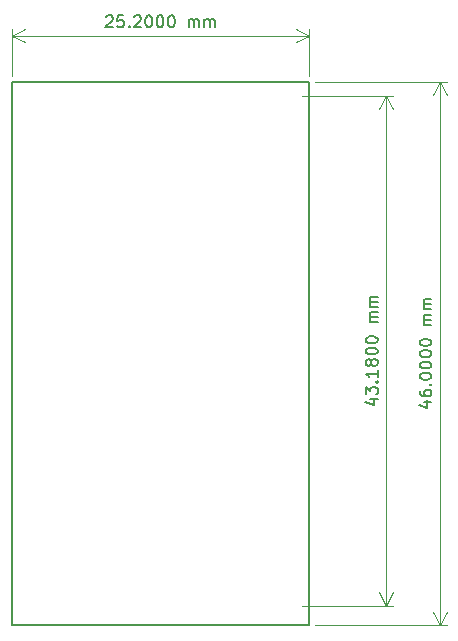
<source format=gbr>
%TF.GenerationSoftware,KiCad,Pcbnew,8.0.8*%
%TF.CreationDate,2025-02-03T20:57:14-05:00*%
%TF.ProjectId,5V Converter Module,35562043-6f6e-4766-9572-746572204d6f,rev?*%
%TF.SameCoordinates,Original*%
%TF.FileFunction,Profile,NP*%
%FSLAX46Y46*%
G04 Gerber Fmt 4.6, Leading zero omitted, Abs format (unit mm)*
G04 Created by KiCad (PCBNEW 8.0.8) date 2025-02-03 20:57:14*
%MOMM*%
%LPD*%
G01*
G04 APERTURE LIST*
%TA.AperFunction,Profile*%
%ADD10C,0.150000*%
%TD*%
%ADD11C,0.150000*%
%TA.AperFunction,Profile*%
%ADD12C,0.050000*%
%TD*%
G04 APERTURE END LIST*
D10*
X49620000Y-24215850D02*
X74820000Y-24215850D01*
X74820000Y-70215850D01*
X49620000Y-70215850D01*
X49620000Y-24215850D01*
D11*
X84478152Y-51358706D02*
X85144819Y-51358706D01*
X84097200Y-51596801D02*
X84811485Y-51834896D01*
X84811485Y-51834896D02*
X84811485Y-51215849D01*
X84144819Y-50406325D02*
X84144819Y-50596801D01*
X84144819Y-50596801D02*
X84192438Y-50692039D01*
X84192438Y-50692039D02*
X84240057Y-50739658D01*
X84240057Y-50739658D02*
X84382914Y-50834896D01*
X84382914Y-50834896D02*
X84573390Y-50882515D01*
X84573390Y-50882515D02*
X84954342Y-50882515D01*
X84954342Y-50882515D02*
X85049580Y-50834896D01*
X85049580Y-50834896D02*
X85097200Y-50787277D01*
X85097200Y-50787277D02*
X85144819Y-50692039D01*
X85144819Y-50692039D02*
X85144819Y-50501563D01*
X85144819Y-50501563D02*
X85097200Y-50406325D01*
X85097200Y-50406325D02*
X85049580Y-50358706D01*
X85049580Y-50358706D02*
X84954342Y-50311087D01*
X84954342Y-50311087D02*
X84716247Y-50311087D01*
X84716247Y-50311087D02*
X84621009Y-50358706D01*
X84621009Y-50358706D02*
X84573390Y-50406325D01*
X84573390Y-50406325D02*
X84525771Y-50501563D01*
X84525771Y-50501563D02*
X84525771Y-50692039D01*
X84525771Y-50692039D02*
X84573390Y-50787277D01*
X84573390Y-50787277D02*
X84621009Y-50834896D01*
X84621009Y-50834896D02*
X84716247Y-50882515D01*
X85049580Y-49882515D02*
X85097200Y-49834896D01*
X85097200Y-49834896D02*
X85144819Y-49882515D01*
X85144819Y-49882515D02*
X85097200Y-49930134D01*
X85097200Y-49930134D02*
X85049580Y-49882515D01*
X85049580Y-49882515D02*
X85144819Y-49882515D01*
X84144819Y-49215849D02*
X84144819Y-49120611D01*
X84144819Y-49120611D02*
X84192438Y-49025373D01*
X84192438Y-49025373D02*
X84240057Y-48977754D01*
X84240057Y-48977754D02*
X84335295Y-48930135D01*
X84335295Y-48930135D02*
X84525771Y-48882516D01*
X84525771Y-48882516D02*
X84763866Y-48882516D01*
X84763866Y-48882516D02*
X84954342Y-48930135D01*
X84954342Y-48930135D02*
X85049580Y-48977754D01*
X85049580Y-48977754D02*
X85097200Y-49025373D01*
X85097200Y-49025373D02*
X85144819Y-49120611D01*
X85144819Y-49120611D02*
X85144819Y-49215849D01*
X85144819Y-49215849D02*
X85097200Y-49311087D01*
X85097200Y-49311087D02*
X85049580Y-49358706D01*
X85049580Y-49358706D02*
X84954342Y-49406325D01*
X84954342Y-49406325D02*
X84763866Y-49453944D01*
X84763866Y-49453944D02*
X84525771Y-49453944D01*
X84525771Y-49453944D02*
X84335295Y-49406325D01*
X84335295Y-49406325D02*
X84240057Y-49358706D01*
X84240057Y-49358706D02*
X84192438Y-49311087D01*
X84192438Y-49311087D02*
X84144819Y-49215849D01*
X84144819Y-48263468D02*
X84144819Y-48168230D01*
X84144819Y-48168230D02*
X84192438Y-48072992D01*
X84192438Y-48072992D02*
X84240057Y-48025373D01*
X84240057Y-48025373D02*
X84335295Y-47977754D01*
X84335295Y-47977754D02*
X84525771Y-47930135D01*
X84525771Y-47930135D02*
X84763866Y-47930135D01*
X84763866Y-47930135D02*
X84954342Y-47977754D01*
X84954342Y-47977754D02*
X85049580Y-48025373D01*
X85049580Y-48025373D02*
X85097200Y-48072992D01*
X85097200Y-48072992D02*
X85144819Y-48168230D01*
X85144819Y-48168230D02*
X85144819Y-48263468D01*
X85144819Y-48263468D02*
X85097200Y-48358706D01*
X85097200Y-48358706D02*
X85049580Y-48406325D01*
X85049580Y-48406325D02*
X84954342Y-48453944D01*
X84954342Y-48453944D02*
X84763866Y-48501563D01*
X84763866Y-48501563D02*
X84525771Y-48501563D01*
X84525771Y-48501563D02*
X84335295Y-48453944D01*
X84335295Y-48453944D02*
X84240057Y-48406325D01*
X84240057Y-48406325D02*
X84192438Y-48358706D01*
X84192438Y-48358706D02*
X84144819Y-48263468D01*
X84144819Y-47311087D02*
X84144819Y-47215849D01*
X84144819Y-47215849D02*
X84192438Y-47120611D01*
X84192438Y-47120611D02*
X84240057Y-47072992D01*
X84240057Y-47072992D02*
X84335295Y-47025373D01*
X84335295Y-47025373D02*
X84525771Y-46977754D01*
X84525771Y-46977754D02*
X84763866Y-46977754D01*
X84763866Y-46977754D02*
X84954342Y-47025373D01*
X84954342Y-47025373D02*
X85049580Y-47072992D01*
X85049580Y-47072992D02*
X85097200Y-47120611D01*
X85097200Y-47120611D02*
X85144819Y-47215849D01*
X85144819Y-47215849D02*
X85144819Y-47311087D01*
X85144819Y-47311087D02*
X85097200Y-47406325D01*
X85097200Y-47406325D02*
X85049580Y-47453944D01*
X85049580Y-47453944D02*
X84954342Y-47501563D01*
X84954342Y-47501563D02*
X84763866Y-47549182D01*
X84763866Y-47549182D02*
X84525771Y-47549182D01*
X84525771Y-47549182D02*
X84335295Y-47501563D01*
X84335295Y-47501563D02*
X84240057Y-47453944D01*
X84240057Y-47453944D02*
X84192438Y-47406325D01*
X84192438Y-47406325D02*
X84144819Y-47311087D01*
X84144819Y-46358706D02*
X84144819Y-46263468D01*
X84144819Y-46263468D02*
X84192438Y-46168230D01*
X84192438Y-46168230D02*
X84240057Y-46120611D01*
X84240057Y-46120611D02*
X84335295Y-46072992D01*
X84335295Y-46072992D02*
X84525771Y-46025373D01*
X84525771Y-46025373D02*
X84763866Y-46025373D01*
X84763866Y-46025373D02*
X84954342Y-46072992D01*
X84954342Y-46072992D02*
X85049580Y-46120611D01*
X85049580Y-46120611D02*
X85097200Y-46168230D01*
X85097200Y-46168230D02*
X85144819Y-46263468D01*
X85144819Y-46263468D02*
X85144819Y-46358706D01*
X85144819Y-46358706D02*
X85097200Y-46453944D01*
X85097200Y-46453944D02*
X85049580Y-46501563D01*
X85049580Y-46501563D02*
X84954342Y-46549182D01*
X84954342Y-46549182D02*
X84763866Y-46596801D01*
X84763866Y-46596801D02*
X84525771Y-46596801D01*
X84525771Y-46596801D02*
X84335295Y-46549182D01*
X84335295Y-46549182D02*
X84240057Y-46501563D01*
X84240057Y-46501563D02*
X84192438Y-46453944D01*
X84192438Y-46453944D02*
X84144819Y-46358706D01*
X85144819Y-44834896D02*
X84478152Y-44834896D01*
X84573390Y-44834896D02*
X84525771Y-44787277D01*
X84525771Y-44787277D02*
X84478152Y-44692039D01*
X84478152Y-44692039D02*
X84478152Y-44549182D01*
X84478152Y-44549182D02*
X84525771Y-44453944D01*
X84525771Y-44453944D02*
X84621009Y-44406325D01*
X84621009Y-44406325D02*
X85144819Y-44406325D01*
X84621009Y-44406325D02*
X84525771Y-44358706D01*
X84525771Y-44358706D02*
X84478152Y-44263468D01*
X84478152Y-44263468D02*
X84478152Y-44120611D01*
X84478152Y-44120611D02*
X84525771Y-44025372D01*
X84525771Y-44025372D02*
X84621009Y-43977753D01*
X84621009Y-43977753D02*
X85144819Y-43977753D01*
X85144819Y-43501563D02*
X84478152Y-43501563D01*
X84573390Y-43501563D02*
X84525771Y-43453944D01*
X84525771Y-43453944D02*
X84478152Y-43358706D01*
X84478152Y-43358706D02*
X84478152Y-43215849D01*
X84478152Y-43215849D02*
X84525771Y-43120611D01*
X84525771Y-43120611D02*
X84621009Y-43072992D01*
X84621009Y-43072992D02*
X85144819Y-43072992D01*
X84621009Y-43072992D02*
X84525771Y-43025373D01*
X84525771Y-43025373D02*
X84478152Y-42930135D01*
X84478152Y-42930135D02*
X84478152Y-42787278D01*
X84478152Y-42787278D02*
X84525771Y-42692039D01*
X84525771Y-42692039D02*
X84621009Y-42644420D01*
X84621009Y-42644420D02*
X85144819Y-42644420D01*
D12*
X75320000Y-70215850D02*
X86426420Y-70215850D01*
X75320000Y-24215850D02*
X86426420Y-24215850D01*
X85840000Y-70215850D02*
X85840000Y-24215850D01*
X85840000Y-70215850D02*
X85840000Y-24215850D01*
X85840000Y-70215850D02*
X85253579Y-69089346D01*
X85840000Y-70215850D02*
X86426421Y-69089346D01*
X85840000Y-24215850D02*
X86426421Y-25342354D01*
X85840000Y-24215850D02*
X85253579Y-25342354D01*
D11*
X57600953Y-18720058D02*
X57648572Y-18672439D01*
X57648572Y-18672439D02*
X57743810Y-18624820D01*
X57743810Y-18624820D02*
X57981905Y-18624820D01*
X57981905Y-18624820D02*
X58077143Y-18672439D01*
X58077143Y-18672439D02*
X58124762Y-18720058D01*
X58124762Y-18720058D02*
X58172381Y-18815296D01*
X58172381Y-18815296D02*
X58172381Y-18910534D01*
X58172381Y-18910534D02*
X58124762Y-19053391D01*
X58124762Y-19053391D02*
X57553334Y-19624820D01*
X57553334Y-19624820D02*
X58172381Y-19624820D01*
X59077143Y-18624820D02*
X58600953Y-18624820D01*
X58600953Y-18624820D02*
X58553334Y-19101010D01*
X58553334Y-19101010D02*
X58600953Y-19053391D01*
X58600953Y-19053391D02*
X58696191Y-19005772D01*
X58696191Y-19005772D02*
X58934286Y-19005772D01*
X58934286Y-19005772D02*
X59029524Y-19053391D01*
X59029524Y-19053391D02*
X59077143Y-19101010D01*
X59077143Y-19101010D02*
X59124762Y-19196248D01*
X59124762Y-19196248D02*
X59124762Y-19434343D01*
X59124762Y-19434343D02*
X59077143Y-19529581D01*
X59077143Y-19529581D02*
X59029524Y-19577201D01*
X59029524Y-19577201D02*
X58934286Y-19624820D01*
X58934286Y-19624820D02*
X58696191Y-19624820D01*
X58696191Y-19624820D02*
X58600953Y-19577201D01*
X58600953Y-19577201D02*
X58553334Y-19529581D01*
X59553334Y-19529581D02*
X59600953Y-19577201D01*
X59600953Y-19577201D02*
X59553334Y-19624820D01*
X59553334Y-19624820D02*
X59505715Y-19577201D01*
X59505715Y-19577201D02*
X59553334Y-19529581D01*
X59553334Y-19529581D02*
X59553334Y-19624820D01*
X59981905Y-18720058D02*
X60029524Y-18672439D01*
X60029524Y-18672439D02*
X60124762Y-18624820D01*
X60124762Y-18624820D02*
X60362857Y-18624820D01*
X60362857Y-18624820D02*
X60458095Y-18672439D01*
X60458095Y-18672439D02*
X60505714Y-18720058D01*
X60505714Y-18720058D02*
X60553333Y-18815296D01*
X60553333Y-18815296D02*
X60553333Y-18910534D01*
X60553333Y-18910534D02*
X60505714Y-19053391D01*
X60505714Y-19053391D02*
X59934286Y-19624820D01*
X59934286Y-19624820D02*
X60553333Y-19624820D01*
X61172381Y-18624820D02*
X61267619Y-18624820D01*
X61267619Y-18624820D02*
X61362857Y-18672439D01*
X61362857Y-18672439D02*
X61410476Y-18720058D01*
X61410476Y-18720058D02*
X61458095Y-18815296D01*
X61458095Y-18815296D02*
X61505714Y-19005772D01*
X61505714Y-19005772D02*
X61505714Y-19243867D01*
X61505714Y-19243867D02*
X61458095Y-19434343D01*
X61458095Y-19434343D02*
X61410476Y-19529581D01*
X61410476Y-19529581D02*
X61362857Y-19577201D01*
X61362857Y-19577201D02*
X61267619Y-19624820D01*
X61267619Y-19624820D02*
X61172381Y-19624820D01*
X61172381Y-19624820D02*
X61077143Y-19577201D01*
X61077143Y-19577201D02*
X61029524Y-19529581D01*
X61029524Y-19529581D02*
X60981905Y-19434343D01*
X60981905Y-19434343D02*
X60934286Y-19243867D01*
X60934286Y-19243867D02*
X60934286Y-19005772D01*
X60934286Y-19005772D02*
X60981905Y-18815296D01*
X60981905Y-18815296D02*
X61029524Y-18720058D01*
X61029524Y-18720058D02*
X61077143Y-18672439D01*
X61077143Y-18672439D02*
X61172381Y-18624820D01*
X62124762Y-18624820D02*
X62220000Y-18624820D01*
X62220000Y-18624820D02*
X62315238Y-18672439D01*
X62315238Y-18672439D02*
X62362857Y-18720058D01*
X62362857Y-18720058D02*
X62410476Y-18815296D01*
X62410476Y-18815296D02*
X62458095Y-19005772D01*
X62458095Y-19005772D02*
X62458095Y-19243867D01*
X62458095Y-19243867D02*
X62410476Y-19434343D01*
X62410476Y-19434343D02*
X62362857Y-19529581D01*
X62362857Y-19529581D02*
X62315238Y-19577201D01*
X62315238Y-19577201D02*
X62220000Y-19624820D01*
X62220000Y-19624820D02*
X62124762Y-19624820D01*
X62124762Y-19624820D02*
X62029524Y-19577201D01*
X62029524Y-19577201D02*
X61981905Y-19529581D01*
X61981905Y-19529581D02*
X61934286Y-19434343D01*
X61934286Y-19434343D02*
X61886667Y-19243867D01*
X61886667Y-19243867D02*
X61886667Y-19005772D01*
X61886667Y-19005772D02*
X61934286Y-18815296D01*
X61934286Y-18815296D02*
X61981905Y-18720058D01*
X61981905Y-18720058D02*
X62029524Y-18672439D01*
X62029524Y-18672439D02*
X62124762Y-18624820D01*
X63077143Y-18624820D02*
X63172381Y-18624820D01*
X63172381Y-18624820D02*
X63267619Y-18672439D01*
X63267619Y-18672439D02*
X63315238Y-18720058D01*
X63315238Y-18720058D02*
X63362857Y-18815296D01*
X63362857Y-18815296D02*
X63410476Y-19005772D01*
X63410476Y-19005772D02*
X63410476Y-19243867D01*
X63410476Y-19243867D02*
X63362857Y-19434343D01*
X63362857Y-19434343D02*
X63315238Y-19529581D01*
X63315238Y-19529581D02*
X63267619Y-19577201D01*
X63267619Y-19577201D02*
X63172381Y-19624820D01*
X63172381Y-19624820D02*
X63077143Y-19624820D01*
X63077143Y-19624820D02*
X62981905Y-19577201D01*
X62981905Y-19577201D02*
X62934286Y-19529581D01*
X62934286Y-19529581D02*
X62886667Y-19434343D01*
X62886667Y-19434343D02*
X62839048Y-19243867D01*
X62839048Y-19243867D02*
X62839048Y-19005772D01*
X62839048Y-19005772D02*
X62886667Y-18815296D01*
X62886667Y-18815296D02*
X62934286Y-18720058D01*
X62934286Y-18720058D02*
X62981905Y-18672439D01*
X62981905Y-18672439D02*
X63077143Y-18624820D01*
X64600953Y-19624820D02*
X64600953Y-18958153D01*
X64600953Y-19053391D02*
X64648572Y-19005772D01*
X64648572Y-19005772D02*
X64743810Y-18958153D01*
X64743810Y-18958153D02*
X64886667Y-18958153D01*
X64886667Y-18958153D02*
X64981905Y-19005772D01*
X64981905Y-19005772D02*
X65029524Y-19101010D01*
X65029524Y-19101010D02*
X65029524Y-19624820D01*
X65029524Y-19101010D02*
X65077143Y-19005772D01*
X65077143Y-19005772D02*
X65172381Y-18958153D01*
X65172381Y-18958153D02*
X65315238Y-18958153D01*
X65315238Y-18958153D02*
X65410477Y-19005772D01*
X65410477Y-19005772D02*
X65458096Y-19101010D01*
X65458096Y-19101010D02*
X65458096Y-19624820D01*
X65934286Y-19624820D02*
X65934286Y-18958153D01*
X65934286Y-19053391D02*
X65981905Y-19005772D01*
X65981905Y-19005772D02*
X66077143Y-18958153D01*
X66077143Y-18958153D02*
X66220000Y-18958153D01*
X66220000Y-18958153D02*
X66315238Y-19005772D01*
X66315238Y-19005772D02*
X66362857Y-19101010D01*
X66362857Y-19101010D02*
X66362857Y-19624820D01*
X66362857Y-19101010D02*
X66410476Y-19005772D01*
X66410476Y-19005772D02*
X66505714Y-18958153D01*
X66505714Y-18958153D02*
X66648571Y-18958153D01*
X66648571Y-18958153D02*
X66743810Y-19005772D01*
X66743810Y-19005772D02*
X66791429Y-19101010D01*
X66791429Y-19101010D02*
X66791429Y-19624820D01*
D12*
X74820000Y-23715850D02*
X74820000Y-19733581D01*
X49620000Y-23715850D02*
X49620000Y-19733581D01*
X74820000Y-20320001D02*
X49620000Y-20320001D01*
X74820000Y-20320001D02*
X49620000Y-20320001D01*
X74820000Y-20320001D02*
X73693496Y-20906422D01*
X74820000Y-20320001D02*
X73693496Y-19733580D01*
X49620000Y-20320001D02*
X50746504Y-19733580D01*
X49620000Y-20320001D02*
X50746504Y-20906422D01*
D11*
X79918152Y-51132856D02*
X80584819Y-51132856D01*
X79537200Y-51370951D02*
X80251485Y-51609046D01*
X80251485Y-51609046D02*
X80251485Y-50989999D01*
X79584819Y-50704284D02*
X79584819Y-50085237D01*
X79584819Y-50085237D02*
X79965771Y-50418570D01*
X79965771Y-50418570D02*
X79965771Y-50275713D01*
X79965771Y-50275713D02*
X80013390Y-50180475D01*
X80013390Y-50180475D02*
X80061009Y-50132856D01*
X80061009Y-50132856D02*
X80156247Y-50085237D01*
X80156247Y-50085237D02*
X80394342Y-50085237D01*
X80394342Y-50085237D02*
X80489580Y-50132856D01*
X80489580Y-50132856D02*
X80537200Y-50180475D01*
X80537200Y-50180475D02*
X80584819Y-50275713D01*
X80584819Y-50275713D02*
X80584819Y-50561427D01*
X80584819Y-50561427D02*
X80537200Y-50656665D01*
X80537200Y-50656665D02*
X80489580Y-50704284D01*
X80489580Y-49656665D02*
X80537200Y-49609046D01*
X80537200Y-49609046D02*
X80584819Y-49656665D01*
X80584819Y-49656665D02*
X80537200Y-49704284D01*
X80537200Y-49704284D02*
X80489580Y-49656665D01*
X80489580Y-49656665D02*
X80584819Y-49656665D01*
X80584819Y-48656666D02*
X80584819Y-49228094D01*
X80584819Y-48942380D02*
X79584819Y-48942380D01*
X79584819Y-48942380D02*
X79727676Y-49037618D01*
X79727676Y-49037618D02*
X79822914Y-49132856D01*
X79822914Y-49132856D02*
X79870533Y-49228094D01*
X80013390Y-48085237D02*
X79965771Y-48180475D01*
X79965771Y-48180475D02*
X79918152Y-48228094D01*
X79918152Y-48228094D02*
X79822914Y-48275713D01*
X79822914Y-48275713D02*
X79775295Y-48275713D01*
X79775295Y-48275713D02*
X79680057Y-48228094D01*
X79680057Y-48228094D02*
X79632438Y-48180475D01*
X79632438Y-48180475D02*
X79584819Y-48085237D01*
X79584819Y-48085237D02*
X79584819Y-47894761D01*
X79584819Y-47894761D02*
X79632438Y-47799523D01*
X79632438Y-47799523D02*
X79680057Y-47751904D01*
X79680057Y-47751904D02*
X79775295Y-47704285D01*
X79775295Y-47704285D02*
X79822914Y-47704285D01*
X79822914Y-47704285D02*
X79918152Y-47751904D01*
X79918152Y-47751904D02*
X79965771Y-47799523D01*
X79965771Y-47799523D02*
X80013390Y-47894761D01*
X80013390Y-47894761D02*
X80013390Y-48085237D01*
X80013390Y-48085237D02*
X80061009Y-48180475D01*
X80061009Y-48180475D02*
X80108628Y-48228094D01*
X80108628Y-48228094D02*
X80203866Y-48275713D01*
X80203866Y-48275713D02*
X80394342Y-48275713D01*
X80394342Y-48275713D02*
X80489580Y-48228094D01*
X80489580Y-48228094D02*
X80537200Y-48180475D01*
X80537200Y-48180475D02*
X80584819Y-48085237D01*
X80584819Y-48085237D02*
X80584819Y-47894761D01*
X80584819Y-47894761D02*
X80537200Y-47799523D01*
X80537200Y-47799523D02*
X80489580Y-47751904D01*
X80489580Y-47751904D02*
X80394342Y-47704285D01*
X80394342Y-47704285D02*
X80203866Y-47704285D01*
X80203866Y-47704285D02*
X80108628Y-47751904D01*
X80108628Y-47751904D02*
X80061009Y-47799523D01*
X80061009Y-47799523D02*
X80013390Y-47894761D01*
X79584819Y-47085237D02*
X79584819Y-46989999D01*
X79584819Y-46989999D02*
X79632438Y-46894761D01*
X79632438Y-46894761D02*
X79680057Y-46847142D01*
X79680057Y-46847142D02*
X79775295Y-46799523D01*
X79775295Y-46799523D02*
X79965771Y-46751904D01*
X79965771Y-46751904D02*
X80203866Y-46751904D01*
X80203866Y-46751904D02*
X80394342Y-46799523D01*
X80394342Y-46799523D02*
X80489580Y-46847142D01*
X80489580Y-46847142D02*
X80537200Y-46894761D01*
X80537200Y-46894761D02*
X80584819Y-46989999D01*
X80584819Y-46989999D02*
X80584819Y-47085237D01*
X80584819Y-47085237D02*
X80537200Y-47180475D01*
X80537200Y-47180475D02*
X80489580Y-47228094D01*
X80489580Y-47228094D02*
X80394342Y-47275713D01*
X80394342Y-47275713D02*
X80203866Y-47323332D01*
X80203866Y-47323332D02*
X79965771Y-47323332D01*
X79965771Y-47323332D02*
X79775295Y-47275713D01*
X79775295Y-47275713D02*
X79680057Y-47228094D01*
X79680057Y-47228094D02*
X79632438Y-47180475D01*
X79632438Y-47180475D02*
X79584819Y-47085237D01*
X79584819Y-46132856D02*
X79584819Y-46037618D01*
X79584819Y-46037618D02*
X79632438Y-45942380D01*
X79632438Y-45942380D02*
X79680057Y-45894761D01*
X79680057Y-45894761D02*
X79775295Y-45847142D01*
X79775295Y-45847142D02*
X79965771Y-45799523D01*
X79965771Y-45799523D02*
X80203866Y-45799523D01*
X80203866Y-45799523D02*
X80394342Y-45847142D01*
X80394342Y-45847142D02*
X80489580Y-45894761D01*
X80489580Y-45894761D02*
X80537200Y-45942380D01*
X80537200Y-45942380D02*
X80584819Y-46037618D01*
X80584819Y-46037618D02*
X80584819Y-46132856D01*
X80584819Y-46132856D02*
X80537200Y-46228094D01*
X80537200Y-46228094D02*
X80489580Y-46275713D01*
X80489580Y-46275713D02*
X80394342Y-46323332D01*
X80394342Y-46323332D02*
X80203866Y-46370951D01*
X80203866Y-46370951D02*
X79965771Y-46370951D01*
X79965771Y-46370951D02*
X79775295Y-46323332D01*
X79775295Y-46323332D02*
X79680057Y-46275713D01*
X79680057Y-46275713D02*
X79632438Y-46228094D01*
X79632438Y-46228094D02*
X79584819Y-46132856D01*
X80584819Y-44609046D02*
X79918152Y-44609046D01*
X80013390Y-44609046D02*
X79965771Y-44561427D01*
X79965771Y-44561427D02*
X79918152Y-44466189D01*
X79918152Y-44466189D02*
X79918152Y-44323332D01*
X79918152Y-44323332D02*
X79965771Y-44228094D01*
X79965771Y-44228094D02*
X80061009Y-44180475D01*
X80061009Y-44180475D02*
X80584819Y-44180475D01*
X80061009Y-44180475D02*
X79965771Y-44132856D01*
X79965771Y-44132856D02*
X79918152Y-44037618D01*
X79918152Y-44037618D02*
X79918152Y-43894761D01*
X79918152Y-43894761D02*
X79965771Y-43799522D01*
X79965771Y-43799522D02*
X80061009Y-43751903D01*
X80061009Y-43751903D02*
X80584819Y-43751903D01*
X80584819Y-43275713D02*
X79918152Y-43275713D01*
X80013390Y-43275713D02*
X79965771Y-43228094D01*
X79965771Y-43228094D02*
X79918152Y-43132856D01*
X79918152Y-43132856D02*
X79918152Y-42989999D01*
X79918152Y-42989999D02*
X79965771Y-42894761D01*
X79965771Y-42894761D02*
X80061009Y-42847142D01*
X80061009Y-42847142D02*
X80584819Y-42847142D01*
X80061009Y-42847142D02*
X79965771Y-42799523D01*
X79965771Y-42799523D02*
X79918152Y-42704285D01*
X79918152Y-42704285D02*
X79918152Y-42561428D01*
X79918152Y-42561428D02*
X79965771Y-42466189D01*
X79965771Y-42466189D02*
X80061009Y-42418570D01*
X80061009Y-42418570D02*
X80584819Y-42418570D01*
D12*
X74160000Y-68580000D02*
X81866420Y-68580000D01*
X74160000Y-25400000D02*
X81866420Y-25400000D01*
X81280000Y-68580000D02*
X81280000Y-25400000D01*
X81280000Y-68580000D02*
X81280000Y-25400000D01*
X81280000Y-68580000D02*
X80693579Y-67453496D01*
X81280000Y-68580000D02*
X81866421Y-67453496D01*
X81280000Y-25400000D02*
X81866421Y-26526504D01*
X81280000Y-25400000D02*
X80693579Y-26526504D01*
M02*

</source>
